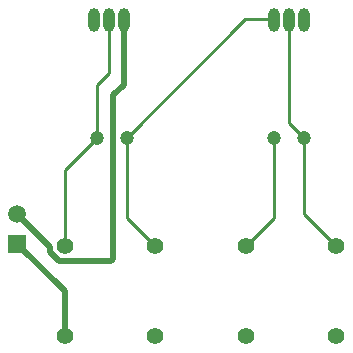
<source format=gbl>
G04 Layer_Physical_Order=2*
G04 Layer_Color=16711680*
%FSLAX25Y25*%
%MOIN*%
G70*
G01*
G75*
%ADD10C,0.01968*%
%ADD11C,0.00984*%
%ADD12C,0.05512*%
%ADD13R,0.05905X0.05905*%
%ADD14C,0.05905*%
%ADD15O,0.03937X0.07874*%
%ADD16O,0.03937X0.07874*%
%ADD17C,0.04724*%
D10*
X55118Y44055D02*
Y59055D01*
X39370Y74803D02*
X55118Y59055D01*
X39370Y84803D02*
X50365Y73809D01*
Y72071D02*
Y73809D01*
X53165Y69271D02*
X70765D01*
X71365Y124471D02*
X74803Y127910D01*
X50365Y72071D02*
X53165Y69271D01*
X70765D02*
X71365Y69871D01*
Y124471D01*
X74803Y127910D02*
Y149606D01*
D11*
X115301Y149671D02*
X124921D01*
Y83491D02*
Y110236D01*
X129921Y115236D02*
Y149606D01*
X134921Y84803D02*
Y110236D01*
Y84803D02*
X145669Y74055D01*
X55118Y99488D02*
X65866Y110236D01*
Y127871D02*
X69803Y131808D01*
Y149606D01*
X75866Y83491D02*
X85302Y74055D01*
X75866Y110236D02*
X115301Y149671D01*
X115486Y74055D02*
X124921Y83491D01*
X129921Y115236D02*
X134921Y110236D01*
X55118Y74055D02*
Y99488D01*
X65866Y110236D02*
Y127871D01*
X75866Y83491D02*
Y110236D01*
X124921Y149606D02*
Y149671D01*
D12*
X145669Y44055D02*
D03*
Y74055D02*
D03*
X85302Y44055D02*
D03*
Y74055D02*
D03*
X115486Y44055D02*
D03*
Y74055D02*
D03*
X55118Y44055D02*
D03*
Y74055D02*
D03*
D13*
X39370Y74803D02*
D03*
D14*
Y84803D02*
D03*
D15*
X124921Y149606D02*
D03*
X134921D02*
D03*
X64803D02*
D03*
X74803D02*
D03*
D16*
X129921D02*
D03*
X69803D02*
D03*
D17*
X75866Y110236D02*
D03*
X65866D02*
D03*
X134921D02*
D03*
X124921D02*
D03*
M02*

</source>
